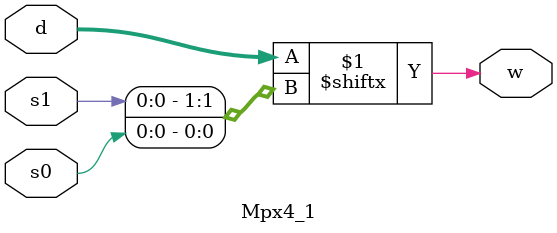
<source format=v>

module Mpx4_1 (input s0, s1, input [3:0] d, output w);
  assign w = d[{s1,s0}];
endmodule

</source>
